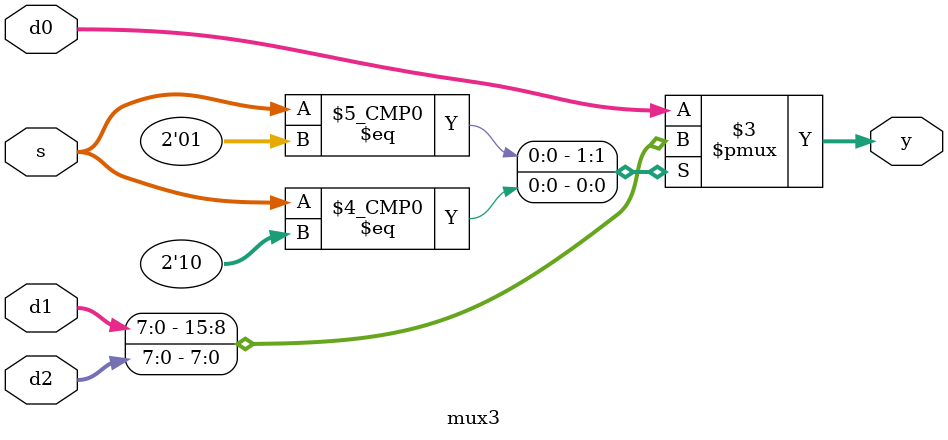
<source format=sv>
module mux3 #(
    parameter WIDTH =8
) (
    input logic [WIDTH-1:0] d0, d1,d2,
    input logic [1:0]s,
    output logic [WIDTH-1:0] y
);

always_comb 
case(s)
2'b00 : y = d0;
2'b01 : y = d1;
2'b10 : y = d2;
default: y = d0;
endcase
    
endmodule
</source>
